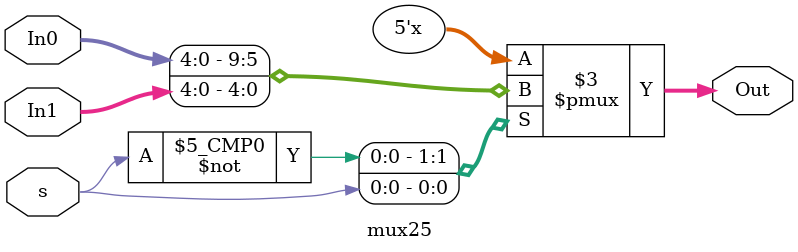
<source format=v>
`timescale 1ns / 1ps



module mux25(Out,In0,In1,s);
output [4:0] Out;
input [4:0] In0;
input [4:0] In1;
input s;
reg [4:0] Out=5'b00000;
always @ (In0 or In1 or s)begin
    case(s)
    1'b0: Out=In0;
    1'b1: Out=In1;
    default Out=5'b00000;
    endcase
end
endmodule


</source>
